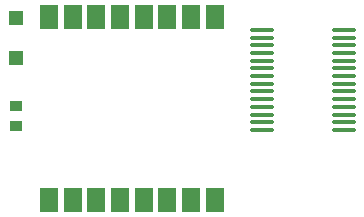
<source format=gtp>
G04 Layer: TopPasteMaskLayer*
G04 EasyEDA v6.5.48, 2025-02-22 14:07:37*
G04 17b28a04ad434079b4a69dc4657e0bf9,f2e2a8b566e441589a5ce94012aa69ba,10*
G04 Gerber Generator version 0.2*
G04 Scale: 100 percent, Rotated: No, Reflected: No *
G04 Dimensions in millimeters *
G04 leading zeros omitted , absolute positions ,4 integer and 5 decimal *
%FSLAX45Y45*%
%MOMM*%

%ADD10R,1.3000X1.3000*%
%ADD11R,1.0000X0.8999*%
%ADD12O,2.01549X0.36400740000000004*%
%ADD13R,1.5000X2.0000*%

%LPD*%
D10*
G01*
X-3581400Y1417497D03*
G01*
X-3581400Y1757502D03*
D11*
G01*
X-3581400Y842103D03*
G01*
X-3581400Y1012106D03*
D12*
G01*
X-1501216Y1654403D03*
G01*
X-1501216Y1589404D03*
G01*
X-1501216Y1524406D03*
G01*
X-1501216Y1459407D03*
G01*
X-1501216Y1394409D03*
G01*
X-1501216Y1329410D03*
G01*
X-1501216Y1264386D03*
G01*
X-1501216Y1199387D03*
G01*
X-1501216Y1134389D03*
G01*
X-1501216Y1069390D03*
G01*
X-1501216Y1004392D03*
G01*
X-1501216Y939393D03*
G01*
X-1501216Y874395D03*
G01*
X-1501216Y809396D03*
G01*
X-810183Y1654403D03*
G01*
X-810183Y1589404D03*
G01*
X-810183Y1524406D03*
G01*
X-810183Y1459407D03*
G01*
X-810183Y1394409D03*
G01*
X-810183Y1329410D03*
G01*
X-810183Y1264386D03*
G01*
X-810183Y1199387D03*
G01*
X-810183Y1134389D03*
G01*
X-810183Y1069390D03*
G01*
X-810183Y1004392D03*
G01*
X-810183Y939393D03*
G01*
X-810183Y874395D03*
G01*
X-810183Y809396D03*
D13*
G01*
X-3303488Y215592D03*
G01*
X-3103488Y215592D03*
G01*
X-2903489Y215592D03*
G01*
X-2703489Y215592D03*
G01*
X-2503490Y215592D03*
G01*
X-2303490Y215592D03*
G01*
X-2103490Y215592D03*
G01*
X-1903491Y215592D03*
G01*
X-1903491Y1765602D03*
G01*
X-2103490Y1765602D03*
G01*
X-2303490Y1765602D03*
G01*
X-2503490Y1765602D03*
G01*
X-2703489Y1765602D03*
G01*
X-2903489Y1765602D03*
G01*
X-3103488Y1765602D03*
G01*
X-3303488Y1765602D03*
M02*

</source>
